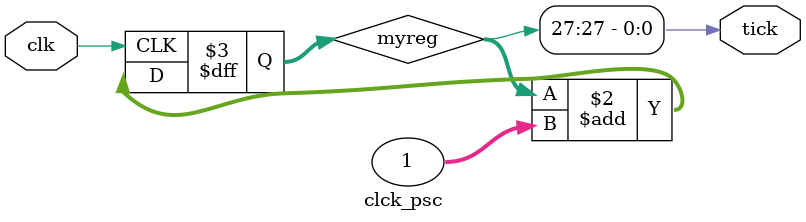
<source format=sv>
`timescale 1ns / 1ps


module clck_psc(input logic clk, output logic tick);

logic [31:0]myreg;

always @(posedge clk)
    myreg +=1;
    
    assign tick = myreg[27];
    
   
endmodule
</source>
